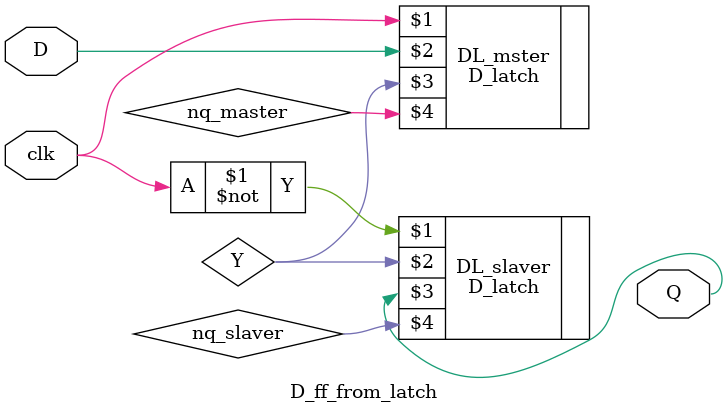
<source format=v>
`timescale 1ns / 1ps

module D_ff_from_latch(input clk, D, output Q);
    wire Y, nq_master, nq_slaver;

    D_latch DL_mster(clk, D, Y, nq_master);
    D_latch DL_slaver(~clk, Y, Q, nq_slaver);
endmodule
</source>
